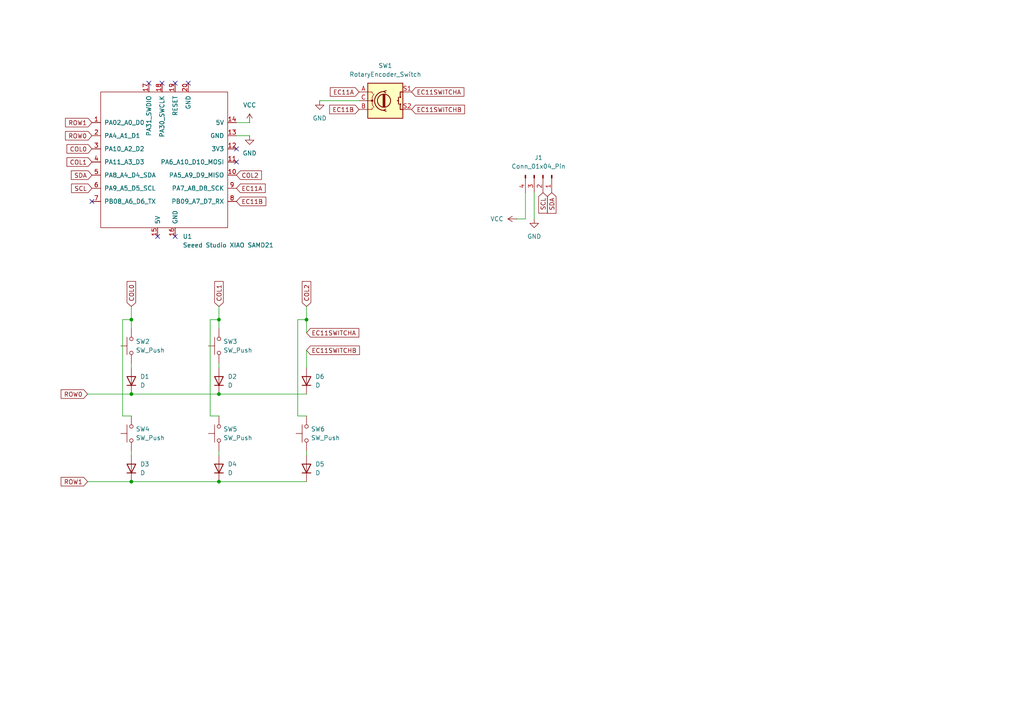
<source format=kicad_sch>
(kicad_sch (version 20231120) (generator "eeschema") (generator_version "8.0")
  (paper "A4")
  (lib_symbols
    (symbol "Connector:Conn_01x04_Pin" (pin_names (offset 1.016) hide)
      (property "Reference" "J" (at 0 5.08 0))
      (property "Value" "Conn_01x04_Pin" (at 0 -7.62 0))
      (symbol "Conn_01x04_Pin_1_1"
        (polyline (pts (xy 1.27 -5.08) (xy 0.8636 -5.08)) (stroke (width 0.1524)))
        (polyline (pts (xy 1.27 -2.54) (xy 0.8636 -2.54)) (stroke (width 0.1524)))
        (polyline (pts (xy 1.27 0) (xy 0.8636 0)) (stroke (width 0.1524)))
        (polyline (pts (xy 1.27 2.54) (xy 0.8636 2.54)) (stroke (width 0.1524)))
        (rectangle (start 0.8636 -4.953) (end 0 -5.207) (stroke (width 0.1524)) (fill (type outline)))
        (rectangle (start 0.8636 -2.413) (end 0 -2.667) (stroke (width 0.1524)) (fill (type outline)))
        (rectangle (start 0.8636 0.127) (end 0 -0.127) (stroke (width 0.1524)) (fill (type outline)))
        (rectangle (start 0.8636 2.667) (end 0 2.413) (stroke (width 0.1524)) (fill (type outline)))
        (pin passive line (at 5.08 2.54 180) (length 3.81) (name "Pin_1") (number "1"))
        (pin passive line (at 5.08 0 180) (length 3.81) (name "Pin_2") (number "2"))
        (pin passive line (at 5.08 -2.54 180) (length 3.81) (name "Pin_3") (number "3"))
        (pin passive line (at 5.08 -5.08 180) (length 3.81) (name "Pin_4") (number "4"))
      )
    )
    (symbol "Device:D" (pin_numbers hide) (pin_names (offset 1.016) hide)
      (property "Reference" "D" (at 0 2.54 0))
      (property "Value" "D" (at 0 -2.54 0))
      (symbol "D_0_1"
        (polyline (pts (xy -1.27 1.27) (xy -1.27 -1.27)) (stroke (width 0.254)))
        (polyline (pts (xy 1.27 0) (xy -1.27 0)))
        (polyline (pts (xy 1.27 1.27) (xy 1.27 -1.27) (xy -1.27 0) (xy 1.27 1.27)) (stroke (width 0.254)))
      )
      (symbol "D_1_1"
        (pin passive line (at -3.81 0 0) (length 2.54) (name "K") (number "1"))
        (pin passive line (at 3.81 0 180) (length 2.54) (name "A") (number "2"))
      )
    )
    (symbol "Device:RotaryEncoder_Switch" (pin_names (offset 0.254) hide)
      (property "Reference" "SW" (at 0 6.604 0))
      (property "Value" "RotaryEncoder_Switch" (at 0 -6.604 0))
      (symbol "RotaryEncoder_Switch_0_1"
        (rectangle (start -5.08 5.08) (end 5.08 -5.08) (stroke (width 0.254)) (fill (type background)))
        (circle (center -3.81 0) (radius 0.254) (fill (type outline)))
        (circle (center -0.381 0) (radius 1.905) (stroke (width 0.254)))
        (arc (start -0.381 2.667) (mid -3.0988 -0.0635) (end -0.381 -2.794) (stroke (width 0.254)))
        (polyline (pts (xy -0.635 -1.778) (xy -0.635 1.778)) (stroke (width 0.254)))
        (polyline (pts (xy -0.381 -1.778) (xy -0.381 1.778)) (stroke (width 0.254)))
        (polyline (pts (xy -0.127 1.778) (xy -0.127 -1.778)) (stroke (width 0.254)))
        (polyline (pts (xy 3.81 0) (xy 3.429 0)) (stroke (width 0.254)))
        (polyline (pts (xy 3.81 1.016) (xy 3.81 -1.016)) (stroke (width 0.254)))
        (polyline (pts (xy -5.08 -2.54) (xy -3.81 -2.54) (xy -3.81 -2.032)))
        (polyline (pts (xy -5.08 2.54) (xy -3.81 2.54) (xy -3.81 2.032)))
        (polyline (pts (xy 0.254 -3.048) (xy -0.508 -2.794) (xy 0.127 -2.413)) (stroke (width 0.254)))
        (polyline (pts (xy 0.254 2.921) (xy -0.508 2.667) (xy 0.127 2.286)) (stroke (width 0.254)))
        (polyline (pts (xy 5.08 -2.54) (xy 4.318 -2.54) (xy 4.318 -1.016)) (stroke (width 0.254)))
        (polyline (pts (xy 5.08 2.54) (xy 4.318 2.54) (xy 4.318 1.016)) (stroke (width 0.254)))
        (polyline (pts (xy -5.08 0) (xy -3.81 0) (xy -3.81 -1.016) (xy -3.302 -2.032)))
        (polyline (pts (xy -4.318 0) (xy -3.81 0) (xy -3.81 1.016) (xy -3.302 2.032)))
        (circle (center 4.318 -1.016) (radius 0.127) (stroke (width 0.254)))
        (circle (center 4.318 1.016) (radius 0.127) (stroke (width 0.254)))
      )
      (symbol "RotaryEncoder_Switch_1_1"
        (pin passive line (at -7.62 2.54 0) (length 2.54) (name "A") (number "A"))
        (pin passive line (at -7.62 -2.54 0) (length 2.54) (name "B") (number "B"))
        (pin passive line (at -7.62 0 0) (length 2.54) (name "C") (number "C"))
        (pin passive line (at 7.62 2.54 180) (length 2.54) (name "S1") (number "S1"))
        (pin passive line (at 7.62 -2.54 180) (length 2.54) (name "S2") (number "S2"))
      )
    )
    (symbol "Seeed_Studio_XIAO_Series:Seeed Studio XIAO SAMD21" (pin_names (offset 1.016))
      (property "Reference" "U" (at -19.05 22.86 0))
      (property "Value" "Seeed Studio XIAO SAMD21" (at -12.7 21.59 0))
      (symbol "Seeed Studio XIAO SAMD21_0_1"
        (rectangle (start -19.05 20.32) (end 17.78 -19.05))
      )
      (symbol "Seeed Studio XIAO SAMD21_1_1"
        (pin unspecified line (at -21.59 11.43 0) (length 2.54) (name "PA02_A0_D0") (number "1"))
        (pin unspecified line (at 20.32 -3.81 180) (length 2.54) (name "PA5_A9_D9_MISO") (number "10"))
        (pin unspecified line (at 20.32 0 180) (length 2.54) (name "PA6_A10_D10_MOSI") (number "11"))
        (pin unspecified line (at 20.32 3.81 180) (length 2.54) (name "3V3") (number "12"))
        (pin unspecified line (at 20.32 7.62 180) (length 2.54) (name "GND") (number "13"))
        (pin unspecified line (at 20.32 11.43 180) (length 2.54) (name "5V") (number "14"))
        (pin input line (at -2.54 -21.59 90) (length 2.54) (name "5V") (number "15"))
        (pin input line (at 2.54 -21.59 90) (length 2.54) (name "GND") (number "16"))
        (pin input line (at -5.08 22.86 270) (length 2.54) (name "PA31_SWDIO") (number "17"))
        (pin input line (at -1.27 22.86 270) (length 2.54) (name "PA30_SWCLK") (number "18"))
        (pin input line (at 2.54 22.86 270) (length 2.54) (name "RESET") (number "19"))
        (pin unspecified line (at -21.59 7.62 0) (length 2.54) (name "PA4_A1_D1") (number "2"))
        (pin input line (at 6.35 22.86 270) (length 2.54) (name "GND") (number "20"))
        (pin unspecified line (at -21.59 3.81 0) (length 2.54) (name "PA10_A2_D2") (number "3"))
        (pin unspecified line (at -21.59 0 0) (length 2.54) (name "PA11_A3_D3") (number "4"))
        (pin unspecified line (at -21.59 -3.81 0) (length 2.54) (name "PA8_A4_D4_SDA") (number "5"))
        (pin unspecified line (at -21.59 -7.62 0) (length 2.54) (name "PA9_A5_D5_SCL") (number "6"))
        (pin unspecified line (at -21.59 -11.43 0) (length 2.54) (name "PB08_A6_D6_TX") (number "7"))
        (pin unspecified line (at 20.32 -11.43 180) (length 2.54) (name "PB09_A7_D7_RX") (number "8"))
        (pin unspecified line (at 20.32 -7.62 180) (length 2.54) (name "PA7_A8_D8_SCK") (number "9"))
      )
    )
    (symbol "Switch:SW_Push" (pin_numbers hide) (pin_names (offset 1.016) hide)
      (property "Reference" "SW" (at 1.27 2.54 0))
      (property "Value" "SW_Push" (at 0 -1.524 0))
      (symbol "SW_Push_0_1"
        (circle (center -2.032 0) (radius 0.508))
        (polyline (pts (xy 0 1.27) (xy 0 3.048)))
        (polyline (pts (xy 2.54 1.27) (xy -2.54 1.27)))
        (circle (center 2.032 0) (radius 0.508))
        (pin passive line (at -5.08 0 0) (length 2.54) (name "1") (number "1"))
        (pin passive line (at 5.08 0 180) (length 2.54) (name "2") (number "2"))
      )
    )
    (symbol "power:GND" (power) (pin_numbers hide) (pin_names (offset 0) hide)
      (property "Value" "GND" (at 0 -3.81 0))
      (symbol "GND_0_1"
        (polyline (pts (xy 0 0) (xy 0 -1.27) (xy 1.27 -1.27) (xy 0 -2.54) (xy -1.27 -1.27) (xy 0 -1.27)))
      )
      (symbol "GND_1_1"
        (pin power_in line (at 0 0 270) (length 0) (name "~") (number "1"))
      )
    )
    (symbol "power:VCC" (power) (pin_numbers hide) (pin_names (offset 0) hide)
      (property "Value" "VCC" (at 0 3.556 0))
      (symbol "VCC_0_1"
        (polyline (pts (xy -0.762 1.27) (xy 0 2.54)))
        (polyline (pts (xy 0 0) (xy 0 2.54)))
        (polyline (pts (xy 0 2.54) (xy 0.762 1.27)))
      )
      (symbol "VCC_1_1"
        (pin power_in line (at 0 0 90) (length 0) (name "~") (number "1"))
      )
    )
  )
  (junction (at 63.5 139.7))
  (junction (at 38.1 139.7))
  (junction (at 63.5 92.71))
  (junction (at 63.5 114.3))
  (junction (at 88.9 92.71))
  (junction (at 38.1 114.3))
  (junction (at 38.1 92.71))
  (no_connect (at 45.72 68.58))
  (no_connect (at 68.58 43.18))
  (no_connect (at 43.18 24.13))
  (no_connect (at 50.8 68.58))
  (no_connect (at 54.61 24.13))
  (no_connect (at 26.67 58.42))
  (no_connect (at 50.8 24.13))
  (no_connect (at 68.58 46.99))
  (no_connect (at 46.99 24.13))
  (wire (pts (xy 88.9 88.9) (xy 88.9 92.71)))
  (wire (pts (xy 92.71 29.21) (xy 104.14 29.21)))
  (wire (pts (xy 86.36 120.65) (xy 88.9 120.65)))
  (wire (pts (xy 63.5 88.9) (xy 63.5 92.71)))
  (wire (pts (xy 88.9 130.81) (xy 88.9 132.08)))
  (wire (pts (xy 38.1 88.9) (xy 38.1 92.71)))
  (wire (pts (xy 88.9 101.6) (xy 88.9 106.68)))
  (wire (pts (xy 35.56 120.65) (xy 38.1 120.65)))
  (wire (pts (xy 38.1 92.71) (xy 35.56 92.71)))
  (wire (pts (xy 63.5 130.81) (xy 63.5 132.08)))
  (wire (pts (xy 152.4 63.5) (xy 149.86 63.5)))
  (wire (pts (xy 38.1 139.7) (xy 63.5 139.7)))
  (wire (pts (xy 63.5 114.3) (xy 88.9 114.3)))
  (wire (pts (xy 63.5 105.41) (xy 63.5 106.68)))
  (wire (pts (xy 63.5 92.71) (xy 60.96 92.71)))
  (wire (pts (xy 68.58 35.56) (xy 72.39 35.56)))
  (wire (pts (xy 86.36 92.71) (xy 86.36 120.65)))
  (wire (pts (xy 25.4 114.3) (xy 38.1 114.3)))
  (wire (pts (xy 38.1 92.71) (xy 38.1 95.25)))
  (wire (pts (xy 88.9 92.71) (xy 86.36 92.71)))
  (wire (pts (xy 88.9 92.71) (xy 88.9 96.52)))
  (wire (pts (xy 60.96 120.65) (xy 63.5 120.65)))
  (wire (pts (xy 60.96 92.71) (xy 60.96 120.65)))
  (wire (pts (xy 35.56 92.71) (xy 35.56 120.65)))
  (wire (pts (xy 152.4 55.88) (xy 152.4 63.5)))
  (wire (pts (xy 63.5 139.7) (xy 88.9 139.7)))
  (wire (pts (xy 38.1 105.41) (xy 38.1 106.68)))
  (wire (pts (xy 25.4 139.7) (xy 38.1 139.7)))
  (wire (pts (xy 38.1 114.3) (xy 63.5 114.3)))
  (wire (pts (xy 38.1 130.81) (xy 38.1 132.08)))
  (wire (pts (xy 63.5 92.71) (xy 63.5 95.25)))
  (wire (pts (xy 68.58 39.37) (xy 72.39 39.37)))
  (wire (pts (xy 154.94 55.88) (xy 154.94 63.5)))
  (global_label "EC11SWITCHB" (shape input) (at 119.38 31.75 0) (property "Intersheetrefs" "${INTERSHEET_REFS}" (effects (hide yes))))
  (global_label "COL1" (shape input) (at 63.5 88.9 90) (property "Intersheetrefs" "${INTERSHEET_REFS}" (effects (hide yes))))
  (global_label "COL2" (shape input) (at 68.58 50.8 0) (property "Intersheetrefs" "${INTERSHEET_REFS}" (effects (hide yes))))
  (global_label "SDA" (shape input) (at 26.67 50.8 180) (property "Intersheetrefs" "${INTERSHEET_REFS}" (effects (hide yes))))
  (global_label "COL0" (shape input) (at 38.1 88.9 90) (property "Intersheetrefs" "${INTERSHEET_REFS}" (effects (hide yes))))
  (global_label "EC11B" (shape input) (at 68.58 58.42 0) (property "Intersheetrefs" "${INTERSHEET_REFS}" (effects (hide yes))))
  (global_label "ROW1" (shape input) (at 25.4 139.7 180) (property "Intersheetrefs" "${INTERSHEET_REFS}" (effects (hide yes))))
  (global_label "ROW1" (shape input) (at 26.67 35.56 180) (property "Intersheetrefs" "${INTERSHEET_REFS}" (effects (hide yes))))
  (global_label "EC11SWITCHB" (shape input) (at 88.9 101.6 0) (property "Intersheetrefs" "${INTERSHEET_REFS}" (effects (hide yes))))
  (global_label "EC11SWITCHA" (shape input) (at 88.9 96.52 0) (property "Intersheetrefs" "${INTERSHEET_REFS}" (effects (hide yes))))
  (global_label "ROW0" (shape input) (at 25.4 114.3 180) (property "Intersheetrefs" "${INTERSHEET_REFS}" (effects (hide yes))))
  (global_label "COL0" (shape input) (at 26.67 43.18 180) (property "Intersheetrefs" "${INTERSHEET_REFS}" (effects (hide yes))))
  (global_label "SCL" (shape input) (at 26.67 54.61 180) (property "Intersheetrefs" "${INTERSHEET_REFS}" (effects (hide yes))))
  (global_label "SCL" (shape input) (at 157.48 55.88 270) (property "Intersheetrefs" "${INTERSHEET_REFS}" (effects (hide yes))))
  (global_label "COL2" (shape input) (at 88.9 88.9 90) (property "Intersheetrefs" "${INTERSHEET_REFS}" (effects (hide yes))))
  (global_label "ROW0" (shape input) (at 26.67 39.37 180) (property "Intersheetrefs" "${INTERSHEET_REFS}" (effects (hide yes))))
  (global_label "EC11A" (shape input) (at 104.14 26.67 180) (property "Intersheetrefs" "${INTERSHEET_REFS}" (effects (hide yes))))
  (global_label "COL1" (shape input) (at 26.67 46.99 180) (effects (font (thickness 0.1588))) (property "Intersheetrefs" "${INTERSHEET_REFS}" (effects (hide yes))))
  (global_label "EC11A" (shape input) (at 68.58 54.61 0) (property "Intersheetrefs" "${INTERSHEET_REFS}" (effects (hide yes))))
  (global_label "EC11B" (shape input) (at 104.14 31.75 180) (property "Intersheetrefs" "${INTERSHEET_REFS}" (effects (hide yes))))
  (global_label "EC11SWITCHA" (shape input) (at 119.38 26.67 0) (property "Intersheetrefs" "${INTERSHEET_REFS}" (effects (hide yes))))
  (global_label "SDA" (shape input) (at 160.02 55.88 270) (property "Intersheetrefs" "${INTERSHEET_REFS}" (effects (hide yes))))
  (symbol (lib_id "Switch:SW_Push") (at 88.9 125.73 90) (unit 1)
    (property "Reference" "SW6" (at 90.17 124.4599 90) (effects (justify right)))
    (property "Value" "SW_Push" (at 90.17 126.9999 90) (effects (justify right)))
    (property "Footprint" "Button_Switch_Keyboard:SW_Cherry_MX_1.00u_PCB" (effects (hide yes)))
    (property "Description" "Push button switch, generic, two pins" (effects (hide yes)))
  )
  (symbol (lib_id "Device:D") (at 63.5 110.49 90) (unit 1)
    (property "Reference" "D2" (at 66.04 109.2199 90) (effects (justify right)))
    (property "Value" "D" (at 66.04 111.7599 90) (effects (justify right)))
    (property "Footprint" "Diode_THT:D_DO-35_SOD27_P7.62mm_Horizontal" (effects (hide yes)))
    (property "Description" "Diode" (effects (hide yes)))
    (property "Sim.Device" "D" (effects (hide yes)))
    (property "Sim.Pins" "1=K 2=A" (effects (hide yes)))
  )
  (symbol (lib_id "power:GND") (at 154.94 63.5 0) (unit 1)
    (property "Reference" "#PWR04" (effects (hide yes)))
    (property "Value" "GND" (at 154.94 68.58 0))
    (property "Description" "Power symbol creates a global label with name \"GND\" , ground" (effects (hide yes)))
  )
  (symbol (lib_id "Connector:Conn_01x04_Pin") (at 157.48 50.8 270) (unit 1)
    (property "Reference" "J1" (at 156.21 45.72 90))
    (property "Value" "Conn_01x04_Pin" (at 156.21 48.26 90))
    (property "Footprint" "Connector_PinHeader_2.54mm:PinHeader_1x04_P2.54mm_Vertical" (effects (hide yes)))
    (property "Description" "Generic connector, single row, 01x04, script generated" (effects (hide yes)))
  )
  (symbol (lib_id "Switch:SW_Push") (at 38.1 125.73 90) (unit 1)
    (property "Reference" "SW4" (at 39.37 124.4599 90) (effects (justify right)))
    (property "Value" "SW_Push" (at 39.37 126.9999 90) (effects (justify right)))
    (property "Footprint" "Button_Switch_Keyboard:SW_Cherry_MX_1.00u_PCB" (effects (hide yes)))
    (property "Description" "Push button switch, generic, two pins" (effects (hide yes)))
  )
  (symbol (lib_id "Switch:SW_Push") (at 63.5 125.73 90) (unit 1)
    (property "Reference" "SW5" (at 64.77 124.4599 90) (effects (justify right)))
    (property "Value" "SW_Push" (at 64.77 126.9999 90) (effects (justify right)))
    (property "Footprint" "Button_Switch_Keyboard:SW_Cherry_MX_1.00u_PCB" (effects (hide yes)))
    (property "Description" "Push button switch, generic, two pins" (effects (hide yes)))
  )
  (symbol (lib_id "Device:D") (at 38.1 110.49 90) (unit 1)
    (property "Reference" "D1" (at 40.64 109.2199 90) (effects (justify right)))
    (property "Value" "D" (at 40.64 111.7599 90) (effects (justify right)))
    (property "Footprint" "Diode_THT:D_DO-35_SOD27_P7.62mm_Horizontal" (effects (hide yes)))
    (property "Description" "Diode" (effects (hide yes)))
    (property "Sim.Device" "D" (effects (hide yes)))
    (property "Sim.Pins" "1=K 2=A" (effects (hide yes)))
  )
  (symbol (lib_id "power:VCC") (at 72.39 35.56 0) (unit 1)
    (property "Reference" "#PWR01" (effects (hide yes)))
    (property "Value" "VCC" (at 72.39 30.48 0))
    (property "Description" "Power symbol creates a global label with name \"VCC\"" (effects (hide yes)))
  )
  (symbol (lib_id "Device:RotaryEncoder_Switch") (at 111.76 29.21 0) (unit 1)
    (property "Reference" "SW1" (at 111.76 19.05 0))
    (property "Value" "RotaryEncoder_Switch" (at 111.76 21.59 0))
    (property "Footprint" "Rotary_Encoder:RotaryEncoder_Alps_EC11E-Switch_Vertical_H20mm" (effects (hide yes)))
    (property "Description" "Rotary encoder, dual channel, incremental quadrate outputs, with switch" (effects (hide yes)))
  )
  (symbol (lib_id "power:VCC") (at 149.86 63.5 90) (unit 1)
    (property "Reference" "#PWR05" (effects (hide yes)))
    (property "Value" "VCC" (at 146.05 63.4999 90) (effects (justify left)))
    (property "Description" "Power symbol creates a global label with name \"VCC\"" (effects (hide yes)))
  )
  (symbol (lib_id "Device:D") (at 38.1 135.89 90) (unit 1)
    (property "Reference" "D3" (at 40.64 134.6199 90) (effects (justify right)))
    (property "Value" "D" (at 40.64 137.1599 90) (effects (justify right)))
    (property "Footprint" "Diode_THT:D_DO-35_SOD27_P7.62mm_Horizontal" (effects (hide yes)))
    (property "Description" "Diode" (effects (hide yes)))
    (property "Sim.Device" "D" (effects (hide yes)))
    (property "Sim.Pins" "1=K 2=A" (effects (hide yes)))
  )
  (symbol (lib_id "Switch:SW_Push") (at 38.1 100.33 90) (unit 1)
    (property "Reference" "SW2" (at 39.37 99.0599 90) (effects (justify right)))
    (property "Value" "SW_Push" (at 39.37 101.5999 90) (effects (justify right)))
    (property "Footprint" "Button_Switch_Keyboard:SW_Cherry_MX_1.00u_PCB" (effects (hide yes)))
    (property "Description" "Push button switch, generic, two pins" (effects (hide yes)))
  )
  (symbol (lib_id "Device:D") (at 88.9 110.49 90) (unit 1)
    (property "Reference" "D6" (at 91.44 109.2199 90) (effects (justify right)))
    (property "Value" "D" (at 91.44 111.7599 90) (effects (justify right)))
    (property "Footprint" "Diode_THT:D_DO-35_SOD27_P7.62mm_Horizontal" (effects (hide yes)))
    (property "Description" "Diode" (effects (hide yes)))
    (property "Sim.Device" "D" (effects (hide yes)))
    (property "Sim.Pins" "1=K 2=A" (effects (hide yes)))
  )
  (symbol (lib_id "Device:D") (at 63.5 135.89 90) (unit 1)
    (property "Reference" "D4" (at 66.04 134.6199 90) (effects (justify right)))
    (property "Value" "D" (at 66.04 137.1599 90) (effects (justify right)))
    (property "Footprint" "Diode_THT:D_DO-35_SOD27_P7.62mm_Horizontal" (effects (hide yes)))
    (property "Description" "Diode" (effects (hide yes)))
    (property "Sim.Device" "D" (effects (hide yes)))
    (property "Sim.Pins" "1=K 2=A" (effects (hide yes)))
  )
  (symbol (lib_id "Seeed_Studio_XIAO_Series:Seeed Studio XIAO SAMD21") (at 48.26 46.99 0) (unit 1)
    (property "Reference" "U1" (at 52.9941 68.58 0) (effects (justify left)))
    (property "Value" "Seeed Studio XIAO SAMD21" (at 52.9941 71.12 0) (effects (justify left)))
    (property "Footprint" "Seeed Studio XIAO Series Library:XIAO-Generic-Hybrid-14P-2.54-21X17.8MM" (effects (hide yes)))
  )
  (symbol (lib_id "Switch:SW_Push") (at 63.5 100.33 90) (unit 1)
    (property "Reference" "SW3" (at 64.77 99.0599 90) (effects (justify right)))
    (property "Value" "SW_Push" (at 64.77 101.5999 90) (effects (justify right)))
    (property "Footprint" "Button_Switch_Keyboard:SW_Cherry_MX_1.00u_PCB" (effects (hide yes)))
    (property "Description" "Push button switch, generic, two pins" (effects (hide yes)))
  )
  (symbol (lib_id "Device:D") (at 88.9 135.89 90) (unit 1)
    (property "Reference" "D5" (at 91.44 134.6199 90) (effects (justify right)))
    (property "Value" "D" (at 91.44 137.1599 90) (effects (justify right)))
    (property "Footprint" "Diode_THT:D_DO-35_SOD27_P7.62mm_Horizontal" (effects (hide yes)))
    (property "Description" "Diode" (effects (hide yes)))
    (property "Sim.Device" "D" (effects (hide yes)))
    (property "Sim.Pins" "1=K 2=A" (effects (hide yes)))
  )
  (symbol (lib_id "power:GND") (at 72.39 39.37 0) (unit 1)
    (property "Reference" "#PWR02" (effects (hide yes)))
    (property "Value" "GND" (at 72.39 44.45 0))
    (property "Description" "Power symbol creates a global label with name \"GND\" , ground" (effects (hide yes)))
  )
  (symbol (lib_id "power:GND") (at 92.71 29.21 0) (unit 1)
    (property "Reference" "#PWR03" (effects (hide yes)))
    (property "Value" "GND" (at 92.71 34.29 0))
    (property "Description" "Power symbol creates a global label with name \"GND\" , ground" (effects (hide yes)))
  )
)
</source>
